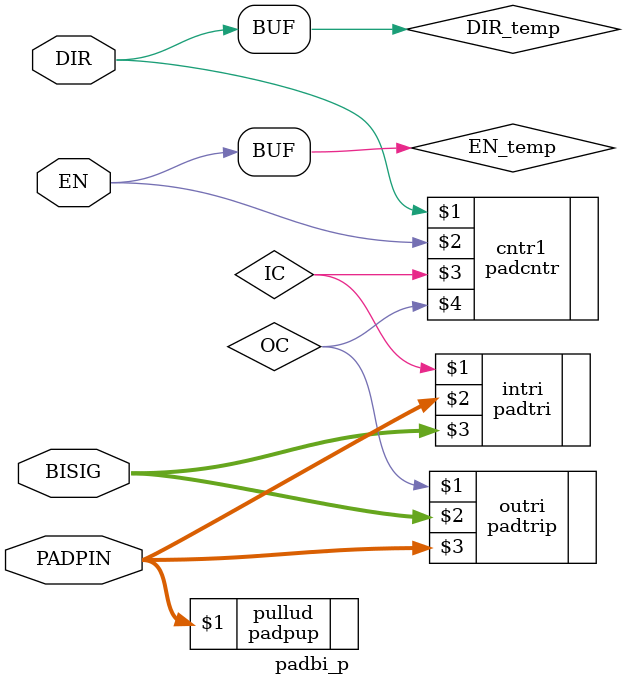
<source format=v>
module padbi_p(EN,DIR,BISIG,PADPIN);
  parameter M = 7;
  parameter N = 0;
  parameter SLIM_FLAG = 0;
  parameter OUTDRIVE = "4MA";
  parameter LEVEL_SHIFTING = 0;
  parameter SCHMITT_TRIGGER = 0;
  parameter PULL_TYPE = "None";
  parameter
        d_EN_r = 0,
        d_EN_f = 0,
        d_DIR_r = 0,
        d_DIR_f = 0,
        d_BISIG = 1,
        d_PADPIN = 1;
  input  EN;
  input  DIR;
  inout [M:N] BISIG;
  inout [M:N] PADPIN;
  wire  EN_temp;
  wire  DIR_temp;
  wire [M:N] BISIG_temp;
  wire [M:N] PADPIN_temp;
  wire  IC;
  wire  OC;
  assign #(d_EN_r,d_EN_f) EN_temp = EN;
  assign #(d_DIR_r,d_DIR_f) DIR_temp = DIR;
  padpup #(M,N,PULL_TYPE) pullud (PADPIN);
  padtrip #(M,N,PULL_TYPE) outri (OC,BISIG,PADPIN);
  padtri #(M,N) intri (IC,PADPIN,BISIG);
  padcntr cntr1 (DIR_temp,EN_temp,IC,OC);
endmodule

</source>
